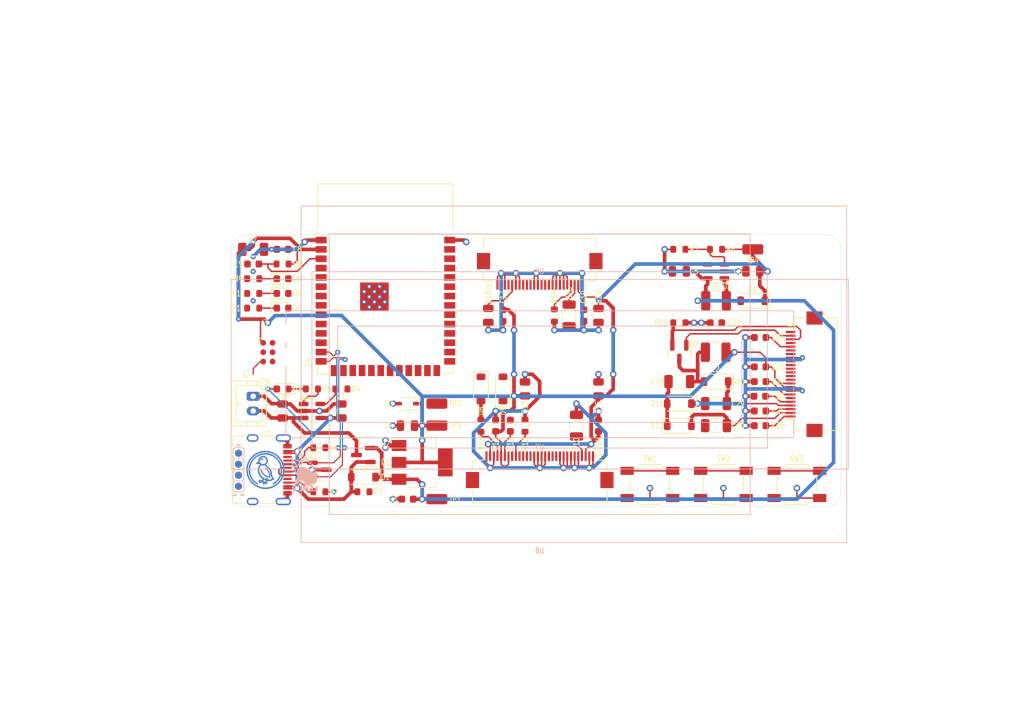
<source format=kicad_pcb>
(kicad_pcb (version 20221018) (generator pcbnew)
  (layers (0 "F.Cu" signal "Front") (31 "B.Cu" signal "Back") (34 "B.Paste" user) (35 "F.Paste" user) (36 "B.SilkS" user "B.Silkscreen") (37 "F.SilkS" user "F.Silkscreen") (38 "B.Mask" user) (39 "F.Mask" user) (44 "Edge.Cuts" user))
  (net 0 "")
  (net 1 "gnd")
  (net 2 "v3v3")
  (net 3 "pwr")
  (net 4 "v12")
  (net 5 "mcu.program_en_node")
  (net 6 "usb.conn.A5")
  (net 7 "usb.conn.B5")
  (net 8 "ledg.res.a")
  (net 9 "ledr.res.a")
  (net 10 "oled28.device.vsl")
  (net 11 "oled28.vsl_res.b")
  (net 12 "oled28.iref_res.a")
  (net 13 "epd.device.rese")
  (net 14 "reg_12v.fb.output")
  (net 15 "oled22.iref_res.a")
  (net 16 "ledb.res.a")
  (net 17 "oled28.spi.sck")
  (net 18 "oled28.spi.mosi")
  (net 19 "ledr.signal")
  (net 20 "ledg.signal")
  (net 21 "ledb.signal")
  (net 22 "sw[0].out")
  (net 23 "sw[1].out")
  (net 24 "sw[2].out")
  (net 25 "usb_chain_0.d_P")
  (net 26 "mcu.program_boot_node")
  (net 27 "oled28.reset")
  (net 28 "oled28.dc")
  (net 29 "oled28.cs")
  (net 30 "epd.busy")
  (net 31 "mcu.program_uart_node.b_tx")
  (net 32 "mcu.program_uart_node.a_tx")
  (net 33 "reg_12v.power_path.switch")
  (net 34 "epd.device.gdr")
  (net 35 "epd.boost.inductor.b")
  (net 36 "epd.boost.pos_out")
  (net 37 "epd.boost.boot_cap.neg")
  (net 38 "epd.boost.neg_out")
  (net 39 "oled28.vsl_d1.cathode")
  (net 40 "usb_chain_0.d_N")
  (net 41 "oled28.device.vcomh")
  (net 42 "oled28.device.vdd")
  (net 43 "oled22.device.vcomh")
  (net 44 "epd.device.vshr")
  (net 45 "epd.device.vdd1v8")
  (net 46 "epd.device.vsh")
  (net 47 "epd.device.vsl")
  (net 48 "epd.device.vcom")
  (net 49 "vusb")
  (net 50 "vbatt")
  (net 51 "charger.prog_res.a")
  (net 52 "charge_led.res.a")
  (net 53 "charge_led.signal")
  (footprint "edg:TestPoint_TE_RCT_0805" (layer "F.Cu") (at 56 124)
    (fp_text reference "TP2")
    (fp_text value "5015 (Keystone) - gnd")
  )
  (footprint "Connector_FFC-FPC:Hirose_FH12-24S-0.5SH_1x24-1MP_P0.50mm_Horizontal" (layer "F.Cu") (at 70 106 180)
    (fp_text reference "J5")
    (fp_text value "AFC01-S24ECA-00 (Jushuo)")
  )
  (footprint "Capacitor_SMD:C_0805_2012Metric" (layer "F.Cu") (at 63 112 -90)
    (fp_text reference "C18")
    (fp_text value "")
  )
  (footprint "Package_TO_SOT_SMD:SOT-23" (layer "F.Cu") (at 46 131 180)
    (fp_text reference "Q1")
    (fp_text value "AO3401A (Alpha & Omega Semicon) - 30V 4A 44m?@10V,4.3A 1.4W 1.3V@250?A P Channel SOT-23-3L MOSFETs ROHS")
  )
  (footprint "Resistor_SMD:R_0603_1608Metric" (layer "F.Cu") (at 31 111 180)
    (fp_text reference "R11")
    (fp_text value "")
  )
  (footprint "Resistor_SMD:R_0603_1608Metric" (layer "F.Cu") (at 89 113)
    (fp_text reference "R15")
    (fp_text value "")
  )
  (footprint "Package_TO_SOT_SMD:SOT-23" (layer "F.Cu") (at 89 117 -90)
    (fp_text reference "Q2")
    (fp_text value "AO3400A (Alpha & Omega Semicon) - 30V 5.7A 26.5m?@10V,5.7A 1.4W 1.5V@250?A N Channel SOT-23-3L MOSFETs ROHS")
  )
  (footprint "Connector_JST:JST_PH_B2B-PH-K_1x02_P2.00mm_Vertical" (layer "F.Cu") (at 31 123 -90)
    (fp_text reference "J2")
    (fp_text value "B2B-PH-K (JST)")
  )
  (footprint "Capacitor_SMD:C_1206_3216Metric" (layer "F.Cu") (at 74 112 -90)
    (fp_text reference "C16")
    (fp_text value "")
  )
  (footprint "Button_Switch_SMD:SW_SPST_SKQG_WithoutStem" (layer "F.Cu") (at 105 135)
    (fp_text reference "SW3")
    (fp_text value "5.1mm switch")
  )
  (footprint "Capacitor_SMD:C_0603_1608Metric" (layer "F.Cu") (at 100 127 180)
    (fp_text reference "C26")
    (fp_text value "")
  )
  (footprint "Capacitor_SMD:C_1206_3216Metric" (layer "F.Cu") (at 89 121 180)
    (fp_text reference "C28")
    (fp_text value "")
  )
  (footprint "Connector:Tag-Connect_TC2030-IDC-FP_2x03_P1.27mm_Vertical" (layer "F.Cu") (at 33 117 -90)
    (fp_text reference "J3")
    (fp_text value "")
  )
  (footprint "Resistor_SMD:R_0603_1608Metric" (layer "F.Cu") (at 40 130 180)
    (fp_text reference "R1")
    (fp_text value "")
  )
  (footprint "Capacitor_SMD:C_0603_1608Metric" (layer "F.Cu") (at 100 119 180)
    (fp_text reference "C21")
    (fp_text value "")
  )
  (footprint "edg:JlcToolingHole_1.152mm" (layer "F.Cu") (at 108 104)
    (fp_text reference "H2" hide)
    (fp_text value "")
  )
  (footprint "LED_SMD:LED_0603_1608Metric" (layer "F.Cu") (at 35 109)
    (fp_text reference "D6")
    (fp_text value "")
  )
  (footprint "Capacitor_SMD:C_0603_1608Metric" (layer "F.Cu") (at 94 113 180)
    (fp_text reference "C27")
    (fp_text value "")
  )
  (footprint "Capacitor_SMD:C_0603_1608Metric" (layer "F.Cu") (at 99.95 123 180)
    (fp_text reference "C23")
    (fp_text value "")
  )
  (footprint "RF_Module:ESP32-S3-WROOM-1" (layer "F.Cu") (at 49 107)
    (fp_text reference "U4")
    (fp_text value "ESP32-S3-WROOM-1-N16R8 (Espressif Systems)")
  )
  (footprint "Resistor_SMD:R_0603_1608Metric" (layer "F.Cu") (at 35 105 180)
    (fp_text reference "R8")
    (fp_text value "")
  )
  (footprint "Resistor_SMD:R_0603_1608Metric" (layer "F.Cu") (at 89 103 180)
    (fp_text reference "R7")
    (fp_text value "")
  )
  (footprint "Inductor_SMD:L_1210_3225Metric" (layer "F.Cu") (at 93.95 117 180)
    (fp_text reference "L2")
    (fp_text value "")
  )
  (footprint "Capacitor_SMD:C_0805_2012Metric" (layer "F.Cu") (at 35 125 90)
    (fp_text reference "C2")
    (fp_text value "")
  )
  (footprint "Inductor_SMD:L_1210_3225Metric" (layer "F.Cu") (at 94 110)
    (fp_text reference "L1")
    (fp_text value "")
  )
  (footprint "Resistor_SMD:R_0603_1608Metric" (layer "F.Cu") (at 31 109 180)
    (fp_text reference "R10")
    (fp_text value "")
  )
  (footprint "Capacitor_SMD:C_1206_3216Metric" (layer "F.Cu") (at 75 127 90)
    (fp_text reference "C10")
    (fp_text value "")
  )
  (footprint "Diode_SMD:D_SOD-123" (layer "F.Cu") (at 65 122 90)
    (fp_text reference "D9")
    (fp_text value "B5819W SL (Changjiang Electronics Tech (CJ)) - 40V 600mV@1A 1A SOD-123 Schottky Barrier Diodes (SBD) ROHS")
  )
  (footprint "Capacitor_SMD:C_0603_1608Metric" (layer "F.Cu") (at 76 112 -90)
    (fp_text reference "C19")
    (fp_text value "")
  )
  (footprint "Capacitor_SMD:C_1206_3216Metric" (layer "F.Cu") (at 94 127)
    (fp_text reference "C30")
    (fp_text value "")
  )
  (footprint "edg:JlcToolingHole_1.152mm" (layer "F.Cu") (at 43 142)
    (fp_text reference "H1" hide)
    (fp_text value "")
  )
  (footprint "LED_SMD:LED_0603_1608Metric" (layer "F.Cu") (at 35 107)
    (fp_text reference "D5")
    (fp_text value "KT-0603R (Hubei KENTO Elec) - Red 615~630nm 1.9~2.2V 0603 Light Emitting Diodes (LED) RoHS")
  )
  (footprint "Capacitor_SMD:C_0603_1608Metric" (layer "F.Cu") (at 100 121 180)
    (fp_text reference "C22")
    (fp_text value "")
  )
  (footprint "Resistor_SMD:R_0603_1608Metric" (layer "F.Cu") (at 62 127 90)
    (fp_text reference "R13")
    (fp_text value "")
  )
  (footprint "edg:TestPoint_TE_RCT_0805" (layer "F.Cu") (at 56 137)
    (fp_text reference "TP1")
    (fp_text value "5015 (Keystone) - pwr")
  )
  (footprint "Resistor_SMD:R_0603_1608Metric" (layer "F.Cu") (at 40 136 180)
    (fp_text reference "R2")
    (fp_text value "")
  )
  (footprint "Resistor_SMD:R_0603_1608Metric" (layer "F.Cu") (at 94 103 180)
    (fp_text reference "R6")
    (fp_text value "")
  )
  (footprint "Connector_FFC-FPC:Hirose_FH12-30S-0.5SH_1x30-1MP_P0.50mm_Horizontal" (layer "F.Cu") (at 70 133)
    (fp_text reference "J4")
    (fp_text value "AFC01-S30ECA-00 (Jushuo)")
  )
  (footprint "Resistor_SMD:R_0603_1608Metric" (layer "F.Cu") (at 43 122)
    (fp_text reference "R4")
    (fp_text value "")
  )
  (footprint "Capacitor_SMD:C_0603_1608Metric" (layer "F.Cu") (at 100 125)
    (fp_text reference "C25")
    (fp_text value "")
  )
  (footprint "Resistor_SMD:R_0603_1608Metric" (layer "F.Cu") (at 72 112 -90)
    (fp_text reference "R14")
    (fp_text value "")
  )
  (footprint "Capacitor_SMD:C_0805_2012Metric" (layer "F.Cu") (at 68 122 90)
    (fp_text reference "C13")
    (fp_text value "")
  )
  (footprint "Diode_SMD:D_SOD-123" (layer "F.Cu") (at 89 124 180)
    (fp_text reference "D12")
    (fp_text value "B5817W (Guangdong Hottech) - 20V 450mV@1A 300mA SOD-123 Schottky Barrier Diodes (SBD) ROHS")
  )
  (footprint "Capacitor_SMD:C_1206_3216Metric" (layer "F.Cu") (at 31 103)
    (fp_text reference "C7")
    (fp_text value "")
  )
  (footprint "Diode_SMD:D_SOD-323" (layer "F.Cu") (at 52 124 180)
    (fp_text reference "D3")
    (fp_text value "BZT52B3V6S (SMC(Sangdest Microelectronicstronic (Nanjing))) - 5?A@1V 90? Single 3.53V~3.67V 200mW 3.6V SOD-323 Zener Diodes ROHS")
  )
  (footprint "edg:TestPoint_TE_RCT_0805" (layer "F.Cu") (at 99 103)
    (fp_text reference "TP4")
    (fp_text value "5015 (Keystone) - v12")
  )
  (footprint "Resistor_SMD:R_0603_1608Metric" (layer "F.Cu") (at 68 127 90)
    (fp_text reference "R12")
    (fp_text value "")
  )
  (footprint "Capacitor_SMD:C_0805_2012Metric" (layer "F.Cu") (at 52 127 180)
    (fp_text reference "C4")
    (fp_text value "")
  )
  (footprint "edg:TestPoint_TE_RCT_0805" (layer "F.Cu") (at 56 127)
    (fp_text reference "TP3")
    (fp_text value "5015 (Keystone) - v3v3")
  )
  (footprint "Resistor_SMD:R_0603_1608Metric" (layer "F.Cu") (at 39 122)
    (fp_text reference "R5")
    (fp_text value "")
  )
  (footprint "Capacitor_SMD:C_0603_1608Metric" (layer "F.Cu") (at 52 137 180)
    (fp_text reference "C3")
    (fp_text value "")
  )
  (footprint "Resistor_SMD:R_0603_1608Metric" (layer "F.Cu") (at 31 107 180)
    (fp_text reference "R9")
    (fp_text value "")
  )
  (footprint "Capacitor_SMD:C_0603_1608Metric" (layer "F.Cu") (at 66 127 90)
    (fp_text reference "C11")
    (fp_text value "")
  )
  (footprint "Capacitor_SMD:C_0603_1608Metric" (layer "F.Cu") (at 64 127 90)
    (fp_text reference "C12")
    (fp_text value "")
  )
  (footprint "Package_TO_SOT_SMD:SOT-23-5" (layer "F.Cu") (at 39 125)
    (fp_text reference "U1")
    (fp_text value "MCP73831T-2ACI/OT (Microchip Technology)")
  )
  (footprint "Capacitor_SMD:C_0805_2012Metric" (layer "F.Cu") (at 43 125 90)
    (fp_text reference "C1")
    (fp_text value "")
  )
  (footprint "Capacitor_SMD:C_0603_1608Metric" (layer "F.Cu") (at 35 103 180)
    (fp_text reference "C8")
    (fp_text value "")
  )
  (footprint "Diode_SMD:D_SOD-123" (layer "F.Cu") (at 46 134 180)
    (fp_text reference "D1")
    (fp_text value "B5819W SL (Changjiang Electronics Tech (CJ)) - 40V 600mV@1A 1A SOD-123 Schottky Barrier Diodes (SBD) ROHS")
  )
  (footprint "LED_SMD:LED_0603_1608Metric" (layer "F.Cu") (at 35 111)
    (fp_text reference "D7")
    (fp_text value "")
  )
  (footprint "Diode_SMD:D_SOD-123" (layer "F.Cu") (at 62 122 -90)
    (fp_text reference "D8")
    (fp_text value "B5819W SL (Changjiang Electronics Tech (CJ)) - 40V 600mV@1A 1A SOD-123 Schottky Barrier Diodes (SBD) ROHS")
  )
  (footprint "Diode_SMD:D_SOD-123" (layer "F.Cu") (at 94 121 180)
    (fp_text reference "D10")
    (fp_text value "B5817W (Guangdong Hottech) - 20V 450mV@1A 300mA SOD-123 Schottky Barrier Diodes (SBD) ROHS")
  )
  (footprint "Connector_FFC-FPC:Hirose_FH12-24S-0.5SH_1x24-1MP_P0.50mm_Horizontal" (layer "F.Cu") (at 106 120 90)
    (fp_text reference "J6")
    (fp_text value "AFC01-S24ECA-00 (Jushuo)")
  )
  (footprint "Capacitor_SMD:C_0805_2012Metric" (layer "F.Cu") (at 78 122 90)
    (fp_text reference "C15")
    (fp_text value "")
  )
  (footprint "Capacitor_SMD:C_0603_1608Metric" (layer "F.Cu") (at 31 105 180)
    (fp_text reference "C9")
    (fp_text value "")
  )
  (footprint "Capacitor_SMD:C_0805_2012Metric" (layer "F.Cu") (at 78 112 -90)
    (fp_text reference "C20")
    (fp_text value "")
  )
  (footprint "Package_TO_SOT_SMD:SOT-23" (layer "F.Cu") (at 40 133)
    (fp_text reference "U5")
    (fp_text value "PESD5V0X1BT (Nexperia)")
  )
  (footprint "LED_SMD:LED_0603_1608Metric" (layer "F.Cu") (at 35 122 180)
    (fp_text reference "D2")
    (fp_text value "")
  )
  (footprint "Package_TO_SOT_SMD:SOT-223-3_TabPin2" (layer "F.Cu") (at 54 132)
    (fp_text reference "U2")
    (fp_text value "LDL1117S33R (STMicroelectronics)")
  )
  (footprint "Capacitor_SMD:C_0603_1608Metric" (layer "F.Cu") (at 78 127 90)
    (fp_text reference "C14")
    (fp_text value "")
  )
  (footprint "Capacitor_SMD:C_1206_3216Metric" (layer "F.Cu") (at 94 124 180)
    (fp_text reference "C29")
    (fp_text value "")
  )
  (footprint "Resistor_SMD:R_0603_1608Metric" (layer "F.Cu") (at 46 136)
    (fp_text reference "R3")
    (fp_text value "")
  )
  (footprint "Diode_SMD:D_SOD-123" (layer "F.Cu") (at 99 110 180)
    (fp_text reference "D4")
    (fp_text value "B0520W (Shikues) - 20V 390mV@500mA 500mA SOD-123 Schottky Barrier Diodes (SBD) ROHS")
  )
  (footprint "Capacitor_SMD:C_0603_1608Metric" (layer "F.Cu") (at 65 112 -90)
    (fp_text reference "C17")
    (fp_text value "")
  )
  (footprint "Capacitor_SMD:C_0603_1608Metric" (layer "F.Cu") (at 100 115 180)
    (fp_text reference "C24")
    (fp_text value "")
  )
  (footprint "edg:JlcToolingHole_1.152mm" (layer "F.Cu") (at 108 131)
    (fp_text reference "H3" hide)
    (fp_text value "")
  )
  (footprint "Capacitor_SMD:C_0805_2012Metric" (layer "F.Cu") (at 89 106 180)
    (fp_text reference "C5")
    (fp_text value "")
  )
  (footprint "Button_Switch_SMD:SW_SPST_SKQG_WithoutStem" (layer "F.Cu") (at 95 135)
    (fp_text reference "SW2")
    (fp_text value "5.1mm switch")
  )
  (footprint "Capacitor_SMD:C_0805_2012Metric" (layer "F.Cu") (at 99 106 180)
    (fp_text reference "C6")
    (fp_text value "")
  )
  (footprint "Connector_USB:USB_C_Receptacle_XKB_U262-16XN-4BVC11" (layer "F.Cu") (at 32 133 -90)
    (fp_text reference "J1")
    (fp_text value "COM-15111 (Sparkfun)")
  )
  (footprint "Diode_SMD:D_SOD-123" (layer "F.Cu") (at 89 127)
    (fp_text reference "D11")
    (fp_text value "B5817W (Guangdong Hottech) - 20V 450mV@1A 300mA SOD-123 Schottky Barrier Diodes (SBD) ROHS")
  )
  (footprint "Package_TO_SOT_SMD:SOT-23-5" (layer "F.Cu") (at 94 106 180)
    (fp_text reference "U3")
    (fp_text value "AP3012K (Diodes Incorporated)")
  )
  (footprint "Button_Switch_SMD:SW_SPST_SKQG_WithoutStem" (layer "F.Cu") (at 85 135)
    (fp_text reference "SW1")
    (fp_text value "5.1mm switch")
  )
  (footprint "edg:Indicator_IdDots_4" (layer "B.Cu") (at 29 133 90)
    (fp_text reference "UU6" hide)
    (fp_text value "IdDots4")
  )
  (footprint "edg:Symbol_Duckling" (layer "B.Cu") (at 32.66162 133.021386 180)
    (fp_text reference "UU4" hide)
    (fp_text value "Duck" hide)
  )
  (footprint "edg:Lcd_Er_Oled028_1_Outline" (layer "B.Cu") (at 70 120 180)
    (fp_text reference "U6")
    (fp_text value "ER-OLED028-1 (EastRising)")
  )
  (footprint "edg:Lcd_Er_Oled022_1_Outline" (layer "B.Cu") (at 70 120)
    (fp_text reference "U7")
    (fp_text value "ER-OLED022-1 (EastRising)")
  )
  (footprint "edg:Lcd_Er_Epd027_2_Outline" (layer "B.Cu") (at 70 120)
    (fp_text reference "U8")
    (fp_text value "ER-EPD027-2 (EastRising)")
  )
  (footprint "edg:Symbol_LemurSmall" (layer "B.Cu") (at 38 133 180)
    (fp_text reference "UU5" hide)
    (fp_text value "Lemur" hide)
  )
  (gr_line (start 28 136) (end 28 103) (stroke (width 0.0381)) (layer "Edge.Cuts"))
  (gr_line (start 109 138) (end 30 138) (stroke (width 0.0381)) (layer "Edge.Cuts"))
  (gr_line (start 111 103) (end 111 136) (stroke (width 0.0381)) (layer "Edge.Cuts"))
  (gr_arc (start 30 138) (mid 28.585786 137.414214) (end 28 136) (stroke (width 0.0381)) (layer "Edge.Cuts"))
  (gr_arc (start 111 136) (mid 110.414214 137.414214) (end 109 138) (stroke (width 0.0381)) (layer "Edge.Cuts"))
  (gr_arc (start 28 103) (mid 28.585786 101.585786) (end 30 101) (stroke (width 0.0381)) (layer "Edge.Cuts"))
  (gr_line (start 30 101) (end 109 101) (stroke (width 0.0381)) (layer "Edge.Cuts"))
  (gr_arc (start 109 101) (mid 110.414214 101.585786) (end 111 103) (stroke (width 0.0381)) (layer "Edge.Cuts"))
  (segment (start 85 136.85) (end 85 135.5) (width 0.2) (layer "F.Cu") (net 1))
  (segment (start 40.25 101.74) (end 38.26 101.74) (width 0.5) (layer "F.Cu") (net 1))
  (segment (start 35.105 137.32) (end 35.67 136.755) (width 0.5) (layer "F.Cu") (net 1))
  (segment (start 49.3 129.7) (end 50.85 129.7) (width 0.5) (layer "F.Cu") (net 1))
  (segment (start 70.25 132.5) (end 70.5 132.5) (width 0.2) (layer "F.Cu") (net 1))
  (segment (start 69.75 106.75) (end 69.5 106.5) (width 0.2) (layer "F.Cu") (net 1))
  (segment (start 69 120) (end 68 120) (width 0.5) (layer "F.Cu") (net 1))
  (segment (start 38.26 101.74) (end 38 102) (width 0.5) (layer "F.Cu") (net 1))
  (segment (start 67.25 106.75) (end 67 106.5) (width 0.2) (layer "F.Cu") (net 1))
  (segment (start 64.5 106.5) (end 64.25 106.75) (width 0.2) (layer "F.Cu") (net 1))
  (segment (start 57.75 101.74) (end 59.74 101.74) (width 0.5) (layer "F.Cu") (net 1))
  (segment (start 37 125) (end 37.8625 125) (width 0.5) (layer "F.Cu") (net 1))
  (segment (start 65.25 106.5) (end 64.75 106.5) (width 0.2) (layer "F.Cu") (net 1))
  (segment (start 35.67 129.245) (end 35.67 129.65) (width 0.5) (layer "F.Cu") (net 1))
  (segment (start 72.75 106.5) (end 73.25 106.5) (width 0.2) (layer "F.Cu") (net 1))
  (segment (start 49.7 129.7) (end 49 129) (width 0.5) (layer "F.Cu") (net 1))
  (segment (start 50.95 124) (end 50 124) (width 0.5) (layer "F.Cu") (net 1))
  (segment (start 78 126.225) (end 78 125) (width 0.5) (layer "F.Cu") (net 1))
  (segment (start 90.65 124) (end 92.525 124) (width 0.5) (layer "F.Cu") (net 1))
  (segment (start 87 106) (end 87 103) (width 0.5) (layer "F.Cu") (net 1))
  (segment (start 99.225 121) (end 98 121) (width 0.5) (layer "F.Cu") (net 1))
  (segment (start 72.75 107.85) (end 72.75 106.5) (width 0.2) (layer "F.Cu") (net 1))
  (segment (start 49 130) (end 49.3 129.7) (width 0.5) (layer "F.Cu") (net 1))
  (segment (start 69.5 106.5) (end 69.25 106.75) (width 0.2) (layer "F.Cu") (net 1))
  (segment (start 40.825 136) (end 42 136) (width 0.16) (layer "F.Cu") (net 1))
  (segment (start 31 123) (end 32.5 123) (width 0.5) (layer "F.Cu") (net 1))
  (segment (start 104.15 122.25) (end 105.75 122.25) (width 0.2) (layer "F.Cu") (net 1))
  (segment (start 63 112.95) (end 63 114) (width 0.5) (layer "F.Cu") (net 1))
  (segment (start 105 136.85) (end 108.1 136.85) (width 0.2) (layer "F.Cu") (net 1))
  (segment (start 73.75 131.15) (end 73.75 132.5) (width 0.2) (layer "F.Cu") (net 1))
  (segment (start 63.75 132.25) (end 63.75 131.15) (width 0.2) (layer "F.Cu") (net 1))
  (segment (start 66.75 106.5) (end 66.75 106.25) (width 0.2) (layer "F.Cu") (net 1))
  (segment (start 76 112.775) (end 76 114) (width 0.5) (layer "F.Cu") (net 1))
  (segment (start 35.105 128.68) (end 35.67 129.245) (width 0.5) (layer "F.Cu") (net 1))
  (segment (start 73 132.5) (end 73.25 132.5) (width 0.2) (layer "F.Cu") (net 1))
  (segment (start 37.8625 125) (end 41 125) (width 0.5) (layer "F.Cu") (net 1))
  (segment (start 91 113) (end 92 113) (width 0.5) (layer "F.Cu") (net 1))
  (segment (start 76.75 132.5) (end 76.75 132.75) (width 0.2) (layer "F.Cu") (net 1))
  (segment (start 65 112.775) (end 65 114) (width 0.5) (layer "F.Cu") (net 1))
  (segment (start 40.9375 133) (end 39 133) (width 0.5) (layer "F.Cu") (net 1))
  (segment (start 66.75 107.85) (end 66.75 106.5) (width 0.2) (layer "F.Cu") (net 1))
  (segment (start 93.225 113) (end 92 113) (width 0.5) (layer "F.Cu") (net 1))
  (segment (start 101.9 136.85) (end 105 136.85) (width 0.2) (layer "F.Cu") (net 1))
  (segment (start 67 106.5) (end 66.75 106.5) (width 0.2) (layer "F.Cu") (net 1))
  (segment (start 72 112.825) (end 72 114) (width 0.5) (layer "F.Cu") (net 1))
  (segment (start 76.75 132.5) (end 77 132.5) (width 0.2) (layer "F.Cu") (net 1))
  (segment (start 69.25 131.15) (end 69.25 132.25) (width 0.2) (layer "F.Cu") (net 1))
  (segment (start 88.05 106) (end 87 106) (width 0.5) (layer "F.Cu") (net 1))
  (segment (start 99.225 125) (end 98 125) (width 0.5) (layer "F.Cu") (net 1))
  (segment (start 62.75 131.15) (end 62.75 132.25) (width 0.2) (layer "F.Cu") (net 1))
  (segment (start 32.365 118.27) (end 31.976655 118.27) (width 0.16) (layer "F.Cu") (net 1))
  (segment (start 74.25 131.15) (end 74.25 132.5) (width 0.2) (layer "F.Cu") (net 1))
  (segment (start 99.225 127) (end 98 127) (width 0.5) (layer "F.Cu") (net 1))
  (segment (start 50.85 129.7) (end 49.7 129.7) (width 0.5) (layer "F.Cu") (net 1))
  (segment (start 88.175 103) (end 87 103) (width 0.2) (layer "F.Cu") (net 1))
  (segment (start 78 121.05) (end 78 120) (width 0.5) (layer "F.Cu") (net 1))
  (segment (start 41.95 124.05) (end 43 124.05) (width 0.5) (layer "F.Cu") (net 1))
  (segment (start 69.5 132.5) (end 69.75 132.5) (width 0.2) (layer "F.Cu") (net 1))
  (segment (start 81.9 136.85) (end 85 136.85) (width 0.2) (layer "F.Cu") (net 1))
  (segment (start 64 126.225) (end 64 125) (width 0.5) (layer "F.Cu") (net 1))
  (segment (start 91.9 136.85) (end 95 136.85) (width 0.2) (layer "F.Cu") (net 1))
  (segment (start 74.75 132.5) (end 74.75 132.75) (width 0.2) (layer "F.Cu") (net 1))
  (segment (start 33.5 124) (end 34.95 124) (width 0.5) (layer "F.Cu") (net 1))
  (segment (start 72.75 106.5) (end 72.75 106.25) (width 0.2) (layer "F.Cu") (net 1))
  (segment (start 104.15 117.75) (end 105.75 117.75) (width 0.2) (layer "F.Cu") (net 1))
  (segment (start 68 126.175) (end 68 125) (width 0.5) (layer "F.Cu") (net 1))
  (segment (start 73.25 132.5) (end 73.25 132.75) (width 0.2) (layer "F.Cu") (net 1))
  (segment (start 70 121) (end 69 120) (width 0.5) (layer "F.Cu") (net 1))
  (segment (start 72.25 106.5) (end 72.75 106.5) (width 0.2) (layer "F.Cu") (net 1))
  (segment (start 70.25 131.15) (end 70.25 132.5) (width 0.2) (layer "F.Cu") (net 1))
  (segment (start 77.25 132.25) (end 77 132.5) (width 0.2) (layer "F.Cu") (net 1))
  (segment (start 73.75 132.5) (end 74.25 132.5) (width 0.2) (layer "F.Cu") (net 1))
  (segment (start 72.25 107.85) (end 72.25 106.5) (width 0.2) (layer "F.Cu") (net 1))
  (segment (start 75.25 132.5) (end 76.75 132.5) (width 0.2) (layer "F.Cu") (net 1))
  (segment (start 74.75 132.5) (end 75.25 132.5) (width 0.2) (layer "F.Cu") (net 1))
  (segment (start 78 112.95) (end 78 114) (width 0.5) (layer "F.Cu") (net 1))
  (segment (start 73.25 131.15) (end 73.25 132.5) (width 0.2) (layer "F.Cu") (net 1))
  (segment (start 70 123) (end 70 121) (width 0.5) (layer "F.Cu") (net 1))
  (segment (start 69.75 107.85) (end 69.75 106.75) (width 0.2) (layer "F.Cu") (net 1))
  (segment (start 64.75 107.85) (end 64.75 106.5) (width 0.2) (layer "F.Cu") (net 1))
  (segment (start 65.25 107.85) (end 65.25 106.5) (width 0.2) (layer "F.Cu") (net 1))
  (segment (start 72 106.5) (end 72.25 106.5) (width 0.2) (layer "F.Cu") (net 1))
  (segment (start 72.75 131.15) (end 72.75 132.25) (width 0.2) (layer "F.Cu") (net 1))
  (segment (start 36.05 124.05) (end 37 125) (width 0.5) (layer "F.Cu") (net 1))
  (segment (start 32.5 123) (end 33.5 124) (width 0.5) (layer "F.Cu") (net 1))
  (segment (start 35.67 136.755) (end 35.67 136.35) (width 0.5) (layer "F.Cu") (net 1))
  (segment (start 68 121.05) (end 68 120) (width 0.5) (layer "F.Cu") (net 1))
  (segment (start 69.75 131.15) (end 69.75 132.5) (width 0.2) (layer "F.Cu") (net 1))
  (segment (start 75.25 131.15) (end 75.25 132.5) (width 0.2) (layer "F.Cu") (net 1))
  (segment (start 59.74 101.74) (end 60 102) (width 0.5) (layer "F.Cu") (net 1))
  (segment (start 76.75 131.15) (end 76.75 132.5) (width 0.2) (layer "F.Cu") (net 1))
  (segment (start 70.75 132.25) (end 70.5 132.5) (width 0.2) (layer "F.Cu") (net 1))
  (segment (start 35 124.05) (end 36.05 124.05) (width 0.5) (layer "F.Cu") (net 1))
  (segment (start 41 125) (end 41.95 124.05) (width 0.5) (layer "F.Cu") (net 1))
  (segment (start 62.75 132.25) (end 63.25 132.75) (width 0.2) (layer "F.Cu") (net 1))
  (segment (start 51.05 127) (end 50 127) (width 0.5) (layer "F.Cu") (net 1))
  (segment (start 73.75 107.85) (end 73.75 106.75) (width 0.2) (layer "F.Cu") (net 1))
  (segment (start 105 136.85) (end 105 135.5) (width 0.2) (layer "F.Cu") (net 1))
  (segment (start 73.25 132.5) (end 73.75 132.5) (width 0.2) (layer "F.Cu") (net 1))
  (segment (start 66.75 106.5) (end 65.25 106.5) (width 0.2) (layer "F.Cu") (net 1))
  (segment (start 69.25 132.25) (end 69.5 132.5) (width 0.2) (layer "F.Cu") (net 1))
  (segment (start 75 125.525) (end 75 124) (width 0.5) (layer "F.Cu") (net 1))
  (segment (start 73.5 106.5) (end 73.25 106.5) (width 0.2) (layer "F.Cu") (net 1))
  (segment (start 31.976655 118.27) (end 31 119.246655) (width 0.16) (layer "F.Cu") (net 1))
  (segment (start 99.175 123) (end 98 123) (width 0.5) (layer "F.Cu") (net 1))
  (segment (start 69.5 106.5) (end 69.5 106.25) (width 0.2) (layer "F.Cu") (net 1))
  (segment (start 31 119.246655) (end 31 120) (width 0.16) (layer "F.Cu") (net 1))
  (segment (start 95 136.85) (end 95 135.5) (width 0.2) (layer "F.Cu") (net 1))
  (segment (start 51.225 137) (end 50 137) (width 0.5) (layer "F.Cu") (net 1))
  (segment (start 71.75 106.75) (end 72 106.5) (width 0.2) (layer "F.Cu") (net 1))
  (segment (start 68 125) (end 70 123) (width 0.5) (layer "F.Cu") (net 1))
  (segment (start 99.225 119) (end 98 119) (width 0.5) (layer "F.Cu") (net 1))
  (segment (start 64.25 106.75) (end 64.25 107.85) (width 0.2) (layer "F.Cu") (net 1))
  (segment (start 72.75 132.25) (end 73 132.5) (width 0.2) (layer "F.Cu") (net 1))
  (segment (start 34.95 124) (end 35 124.05) (width 0.5) (layer "F.Cu") (net 1))
  (segment (start 73.25 107.85) (end 73.25 106.5) (width 0.2) (layer "F.Cu") (net 1))
  (segment (start 75.75 107.85) (end 75.75 106.25) (width 0.2) (layer "F.Cu") (net 1))
  (segment (start 70.75 131.15) (end 70.75 132.25) (width 0.2) (layer "F.Cu") (net 1))
  (segment (start 74.25 132.5) (end 74.75 132.5) (width 0.2) (layer "F.Cu") (net 1))
  (segment (start 70 132.5) (end 70 132.75) (width 0.2) (layer "F.Cu") (net 1))
  (segment (start 85 136.85) (end 88.1 136.85) (width 0.2) (layer "F.Cu") (net 1))
  (segment (start 64.75 106.5) (end 64.75 106.25) (width 0.2) (layer "F.Cu") (net 1))
  (segment (start 77.25 131.15) (end 77.25 132.25) (width 0.2) (layer "F.Cu") (net 1))
  (segment (start 95.1375 106) (end 98.05 106) (width 0.5) (layer "F.Cu") (net 1))
  (segment (start 71.75 107.85) (end 71.75 106.75) (width 0.2) (layer "F.Cu") (net 1))
  (segment (start 95 136.85) (end 98.1 136.85) (width 0.2) (layer "F.Cu") (net 1))
  (segment (start 73.75 106.75) (end 73.5 106.5) (width 0.2) (layer "F.Cu") (net 1))
  (segment (start 99.225 115) (end 98 115) (width 0.5) (layer "F.Cu") (net 1))
  (segment (start 67.25 107.85) (end 67.25 106.75) (width 0.2) (layer "F.Cu") (net 1))
  (segment (start 32.475 103) (end 34.225 103) (width 0.2) (layer "F.Cu") (net 1))
  (segment (start 69.75 132.5) (end 70 132.5) (width 0.2) (layer "F.Cu") (net 1))
  (segment (start 70 132.5) (end 70.25 132.5) (width 0.2) (layer "F.Cu") (net 1))
  (segment (start 89.825 113) (end 91 113) (width 0.5) (layer "F.Cu") (net 1))
  (segment (start 63.25 132.75) (end 63.75 132.25) (width 0.2) (layer "F.Cu") (net 1))
  (segment (start 74.75 131.15) (end 74.75 132.5) (width 0.2) (layer "F.Cu") (net 1))
  (segment (start 69.25 106.75) (end 69.25 107.85) (width 0.2) (layer "F.Cu") (net 1))
  (segment (start 64.75 106.5) (end 64.5 106.5) (width 0.2) (layer "F.Cu") (net 1))
  (via (at 85 135.5) (size 0.9) (drill 0.5) (layers "F.Cu" "B.Cu") (net 1))
  (via (at 98 119) (size 0.9) (drill 0.5) (layers "F.Cu" "B.Cu") (net 1))
  (via (at 63.25 132.75) (size 0.9) (drill 0.5) (layers "F.Cu" "B.Cu") (net 1))
  (via (at 91 113) (size 0.9) (drill 0.5) (layers "F.Cu" "B.Cu") (net 1))
  (via (at 72.75 106.25) (size 0.9) (drill 0.5) (layers "F.Cu" "B.Cu") (net 1))
  (via (at 75 124) (size 0.9) (drill 0.5) (layers "F.Cu" "B.Cu") (net 1))
  (via (at 50 124) (size 0.9) (drill 0.5) (layers "F.Cu" "B.Cu") (net 1))
  (via (at 66.75 106.25) (size 0.9) (drill 0.5) (layers "F.Cu" "B.Cu") (net 1))
  (via (at 105.75 122.25) (size 0.7) (drill 0.3) (layers "F.Cu" "B.Cu") (net 1))
  (via (at 68 125) (size 0.9) (drill 0.5) (layers "F.Cu" "B.Cu") (net 1))
  (via (at 69.5 106.25) (size 0.9) (drill 0.5) (layers "F.Cu" "B.Cu") (net 1))
  (via (at 60 102) (size 0.9) (drill 0.5) (layers "F.Cu" "B.Cu") (net 1))
  (via (at 64 125) (size 0.9) (drill 0.5) (layers "F.Cu" "B.Cu") (net 1))
  (via (at 92 113) (size 0.9) (drill 0.5) (layers "F.Cu" "B.Cu") (net 1))
  (via (at 98 121) (size 0.9) (drill 0.5) (layers "F.Cu" "B.Cu") (net 1))
  (via (at 39 133) (size 0.9) (drill 0.5) (layers "F.Cu" "B.Cu") (net 1))
  (via (at 50 137) (size 0.9) (drill 0.5) (layers "F.Cu" "B.Cu") (net 1))
  (via (at 78 120) (size 0.9) (drill 0.5) (layers "F.Cu" "B.Cu") (net 1))
  (via (at 105 135.5) (size 0.9) (drill 0.5) (layers "F.Cu" "B.Cu") (net 1))
  (via (at 72 114) (size 0.9) (drill 0.5) (layers "F.Cu" "B.Cu") (net 1))
  (via (at 31 110) (size 0.7) (drill 0.3) (layers "F.Cu" "B.Cu") (net 1))
  (via (at 76 114) (size 0.9) (drill 0.5) (layers "F.Cu" "B.Cu") (net 1))
  (via (at 98 127) (size 0.9) (drill 0.5) (layers "F.Cu" "B.Cu") (net 1))
  (via (at 38 102) (size 0.9) (drill 0.5) (layers "F.Cu" "B.Cu") (net 1))
  (via (at 87 106) (size 0.9) (drill 0.5) (layers "F.Cu" "B.Cu") (net 1))
  (via (at 78 114) (size 0.9) (drill 0.5) (layers "F.Cu" "B.Cu") (net 1))
  (via (at 78 125) (size 0.9) (drill 0.5) (layers "F.Cu" "B.Cu") (net 1))
  (via (at 91.5 124) (size 0.9) (drill 0.5) (layers "F.Cu" "B.Cu") (net 1))
  (via (at 98 123) (size 0.9) (drill 0.5) (layers "F.Cu" "B.Cu") (net 1))
  (via (at 76.75 132.75) (size 0.9) (drill 0.5) (layers "F.Cu" "B.Cu") (net 1))
  (via (at 63 114) (size 0.9) (drill 0.5) (layers "F.Cu" "B.Cu") (net 1))
  (via (at 98 115) (size 0.9) (drill 0.5) (layers "F.Cu" "B.Cu") (net 1))
  (via (at 95 135.5) (size 0.9) (drill 0.5) (layers "F.Cu" "B.Cu") (net 1))
  (via (at 70 132.75) (size 0.9) (drill 0.5) (layers "F.Cu" "B.Cu") (net 1))
  (via (at 75.75 106.25) (size 0.9) (drill 0.5) (layers "F.Cu" "B.Cu") (net 1))
  (via (at 50 127) (size 0.9) (drill 0.5) (layers "F.Cu" "B.Cu") (net 1))
  (via (at 49 130) (size 0.9) (drill 0.5) (layers "F.Cu" "B.Cu") (net 1))
  (via (at 98 125) (size 0.9) (drill 0.5) (layers "F.Cu" "B.Cu") (net 1))
  (via (at 68 120) (size 0.9) (drill 0.5) (layers "F.Cu" "B.Cu") (net 1))
  (via (at 87 103) (size 0.9) (drill 0.5) (layers "F.Cu" "B.Cu") (net 1))
  (via (at 31 104) (size 0.7) (drill 0.3) (layers "F.Cu" "B.Cu") (net 1))
  (via (at 65 114) (size 0.9) (drill 0.5) (layers "F.Cu" "B.Cu") (net 1))
  (via (at 105.75 117.75) (size 0.7) (drill 0.3) (layers "F.Cu" "B.Cu") (net 1))
  (via (at 49 129) (size 0.9) (drill 0.5) (layers "F.Cu" "B.Cu") (net 1))
  (via (at 42 136) (size 0.7) (drill 0.3) (layers "F.Cu" "B.Cu") (net 1))
  (via (at 33.5 103) (size 0.7) (drill 0.3) (layers "F.Cu" "B.Cu") (net 1))
  (via (at 40 125) (size 0.9) (drill 0.5) (layers "F.Cu" "B.Cu") (net 1))
  (via (at 74.75 132.75) (size 0.9) (drill 0.5) (layers "F.Cu" "B.Cu") (net 1))
  (via (at 31 106) (size 0.7) (drill 0.3) (layers "F.Cu" "B.Cu") (net 1))
  (via (at 73.25 132.75) (size 0.9) (drill 0.5) (layers "F.Cu" "B.Cu") (net 1))
  (via (at 64.75 106.25) (size 0.9) (drill 0.5) (layers "F.Cu" "B.Cu") (net 1))
  (via (at 97 106) (size 0.9) (drill 0.5) (layers "F.Cu" "B.Cu") (net 1))
  (segment (start 98 118) (end 105.5 118) (width 0.5) (layer "B.Cu") (net 1))
  (segment (start 64.75 113.75) (end 64.75 106.25) (width 0.5) (layer "B.Cu") (net 1))
  (segment (start 32 103) (end 33.5 103) (width 0.5) (layer "B.Cu") (net 1))
  (segment (start 63 114) (end 65 114) (width 0.5) (layer "B.Cu") (net 1))
  (segment (start 98 127) (end 98 124) (width 0.5) (layer "B.Cu") (net 1))
  (segment (start 77.25 132.75) (end 79 131) (width 0.5) (layer "B.Cu") (net 1))
  (segment (start 78 125) (end 77 126) (width 0.5) (layer "B.Cu") (net 1))
  (segment (start 65 114) (end 64.75 113.75) (width 0.5) (layer "B.Cu") (net 1))
  (segment (start 31 104) (end 32 103) (width 0.5) (layer "B.Cu") (net 1))
  (segment (start 72 114) (end 78 114) (width 0.5) (layer "B.Cu") (net 1))
  (segment (start 79 131) (end 79 128) (width 0.5) (layer "B.Cu") (net 1))
  (segment (start 61 128) (end 64 125) (width 0.5) (layer "B.Cu") (net 1))
  (segment (start 63.25 132.75) (end 76.75 132.75) (width 0.5) (layer "B.Cu") (net 1))
  (segment (start 37 103) (end 38 102) (width 0.5) (layer "B.Cu") (net 1))
  (segment (start 87 106) (end 97 106) (width 0.5) (layer "B.Cu") (net 1))
  (segment (start 98 122) (end 105.5 122) (width 0.5) (layer "B.Cu") (net 1))
  (segment (start 64 125) (end 68 125) (width 0.5) (layer "B.Cu") (net 1))
  (segment (start 75.75 113.75) (end 76 114) (width 0.5) (layer "B.Cu") (net 1))
  (segment (start 91.5 124) (end 98 124) (width 0.5) (layer "B.Cu") (net 1))
  (segment (start 76.75 132.75) (end 77.25 132.75) (width 0.5) (layer "B.Cu") (net 1))
  (segment (start 61 130.5) (end 61 128) (width 0.5) (layer "B.Cu") (net 1))
  (segment (start 98 119) (end 98 118) (width 0.5) (layer "B.Cu") (net 1))
  (segment (start 63.25 132.75) (end 61 130.5) (width 0.5) (layer "B.Cu") (net 1))
  (segment (start 105.5 122) (end 105.75 122.25) (width 0.5) (layer "B.Cu") (net 1))
  (segment (start 105.5 118) (end 105.75 117.75) (width 0.5) (layer "B.Cu") (net 1))
  (segment (start 75.75 106.25) (end 75.75 113.75) (width 0.5) (layer "B.Cu") (net 1))
  (segment (start 33.5 103) (end 37 103) (width 0.5) (layer "B.Cu") (net 1))
  (segment (start 77 126) (end 75 124) (width 0.5) (layer "B.Cu") (net 1))
  (segment (start 98 122) (end 98 119) (width 0.5) (layer "B.Cu") (net 1))
  (segment (start 79 128) (end 77 126) (width 0.5) (layer "B.Cu") (net 1))
  (segment (start 98 118) (end 98 115) (width 0.5) (layer "B.Cu") (net 1))
  (segment (start 98 124) (end 98 122) (width 0.5) (layer "B.Cu") (net 1))
  (segment (start 64.75 106.25) (end 75.75 106.25) (width 0.5) (layer "B.Cu") (net 1))
  (segment (start 104.15 121.25) (end 102.75 121.25) (width 0.2) (layer "F.Cu") (net 2))
  (segment (start 64 128.5) (end 64 127.775) (width 0.2) (layer "F.Cu") (net 2))
  (segment (start 32 115.365) (end 32 115.099939) (width 0.2) (layer "F.Cu") (net 2))
  (segment (start 29 112.5) (end 32.5 112.5) (width 0.5) (layer "F.Cu") (net 2))
  (segment (start 54 127) (end 54 124) (width 0.5) (layer "F.Cu") (net 2))
  (segment (start 63.5 110) (end 65 110) (width 0.2) (layer "F.Cu") (net 2))
  (segment (start 37 102.5) (end 37 103) (width 0.5) (layer "F.Cu") (net 2))
  (segment (start 102.75 121.25) (end 102 120.5) (width 0.2) (layer "F.Cu") (net 2))
  (segment (start 100.775 117.775) (end 100.775 119) (width 0.2) (layer "F.Cu") (net 2))
  (segment (start 31 102) (end 31.5 101.5) (width 0.5) (layer "F.Cu") (net 2))
  (segment (start 54 124) (end 53.05 124) (width 0.5) (layer "F.Cu") (net 2))
  (segment (start 29.525 103) (end 30.5 103) (width 0.5) (layer "F.Cu") (net 2))
  (segment (start 64.75 131.15) (end 64.75 129.25) (width 0.2) (layer "F.Cu") (net 2))
  (segment (start 31.5 101.5) (end 36 101.5) (width 0.5) (layer "F.Cu") (net 2))
  (segment (start 64.75 132.25) (end 65 132.5) (width 0.2) (layer "F.Cu") (net 2))
  (segment (start 36.5 105) (end 37 104.5) (width 0.2) (layer "F.Cu") (net 2))
  (segment (start 66.5 122.95) (end 66.5 124.5) (width 0.5) (layer "F.Cu") (net 2))
  (segment (start 32.5 112.5) (end 33 113) (width 0.5) (layer "F.Cu") (net 2))
  (segment (start 52.95 127) (end 54 127) (width 0.5) (layer "F.Cu") (net 2))
  (segment (start 35.825 105) (end 36.5 105) (width 0.2) (layer "F.Cu") (net 2))
  (segment (start 54 127) (end 54 132) (width 0.5) (layer "F.Cu") (net 2))
  (segment (start 31 102.5) (end 31 102) (width 0.5) (layer "F.Cu") (net 2))
  (segment (start 65.75 131.15) (end 65.75 132.25) (width 0.2) (layer "F.Cu") (net 2))
  (segment (start 102 120.5) (end 102 119.5) (width 0.2) (layer "F.Cu") (net 2))
  (segment (start 104.15 121.75) (end 103.25 121.75) (width 0.2) (layer "F.Cu") (net 2))
  (segment (start 65.75 132.25) (end 65.5 132.5) (width 0.2) (layer "F.Cu") (net 2))
  (segment (start 65 110) (end 65 111.225) (width 0.2) (layer "F.Cu") (net 2))
  (segment (start 35.775 103) (end 37 103) (width 0.5) (layer "F.Cu") (net 2))
  (segment (start 66.5 122.95) (end 68 122.95) (width 0.5) (layer "F.Cu") (net 2))
  (segment (start 103.25 121.75) (end 102.75 121.25) (width 0.2) (layer "F.Cu") (net 2))
  (segment (start 63 111.05) (end 63 110.5) (width 0.2) (layer "F.Cu") (net 2))
  (segment (start 64.725 127.775) (end 64 127.775) (width 0.5) (layer "F.Cu") (net 2))
  (segment (start 65.5 125) (end 65 125.5) (width 0.5) (layer "F.Cu") (net 2))
  (segment (start 50.85 132) (end 54 132) (width 0.5) (layer "F.Cu") (net 2))
  (segment (start 101.5 119) (end 100.775 119) (width 0.2) (layer "F.Cu") (net 2))
  (segment (start 66 125) (end 65.5 125) (width 0.5) (layer "F.Cu") (net 2))
  (segment (start 95.35 117) (end 96.5 117) (width 0.5) (layer "F.Cu") (net 2))
  (segment (start 66.5 112) (end 65.725 111.225) (width 0.5) (layer "F.Cu") (net 2))
  (segment (start 65.725 111.225) (end 65 111.225) (width 0.5) (layer "F.Cu") (net 2))
  (segment (start 32 115.099939) (end 32.00145 115.098489) (width 0.2) (layer "F.Cu") (net 2))
  (segment (start 65 132.5) (end 65.5 132.5) (width 0.2) (layer "F.Cu") (net 2))
  (segment (start 66.5 124.5) (end 66 125) (width 0.5) (layer "F.Cu") (net 2))
  (segment (start 65 127.5) (end 64.725 127.775) (width 0.5) (layer "F.Cu") (net 2))
  (segment (start 63 110.5) (end 63.5 110) (width 0.2) (layer "F.Cu") (net 2))
  (segment (start 65 125.5) (end 65 127.5) (width 0.5) (layer "F.Cu") (net 2))
  (segment (start 54 132) (end 57.15 132) (width 0.5) (layer "F.Cu") (net 2))
  (segment (start 66.5 114) (end 66.5 112) (width 0.5) (layer "F.Cu") (net 2))
  (segment (start 32.00145 115.098489) (end 32.00145 112.50145) (width 0.2) (layer "F.Cu") (net 2))
  (segment (start 40.25 103.01) (end 37.01 103.01) (width 0.5) (layer "F.Cu") (net 2))
  (segment (start 30.5 103) (end 31 102.5) (width 0.5) (layer "F.Cu") (net 2))
  (segment (start 66.5 122.95) (end 66.5 120) (width 0.5) (layer "F.Cu") (net 2))
  (segment (start 54 127) (end 56 127) (width 0.5) (layer "F.Cu") (net 2))
  (segment (start 64.75 131.15) (end 64.75 132.25) (width 0.2) (layer "F.Cu") (net 2))
  (segment (start 29.525 103) (end 29 103.525) (width 0.5) (layer "F.Cu") (net 2))
  (segment (start 36 101.5) (end 37 102.5) (width 0.5) (layer "F.Cu") (net 2))
  (segment (start 100 117) (end 100.775 117.775) (width 0.2) (layer "F.Cu") (net 2))
  (segment (start 37.01 103.01) (end 37 103) (width 0.5) (layer "F.Cu") (net 2))
  (segment (start 102 119.5) (end 101.5 119) (width 0.2) (layer "F.Cu") (net 2))
  (segment (start 96.5 117) (end 100 117) (width 0.2) (layer "F.Cu") (net 2))
  (segment (start 32.365 115.73) (end 32 115.365) (width 0.2) (layer "F.Cu") (net 2))
  (segment (start 64.75 129.25) (end 64 128.5) (width 0.2) (layer "F.Cu") (net 2))
  (segment (start 66.25 108.75) (end 66.25 107.85) (width 0.2) (layer "F.Cu") (net 2))
  (segment (start 37 104.5) (end 37 103) (width 0.2) (layer "F.Cu") (net 2))
  (segment (start 65 110) (end 66.25 108.75) (width 0.2) (layer "F.Cu") (net 2))
  (segment (start 29 103.525) (end 29 112.5) (width 0.5) (layer "F.Cu") (net 2))
  (via (at 33 113) (size 0.9) (drill 0.5) (layers "F.Cu" "B.Cu") (net 2))
  (via (at 29 112.5) (size 0.7) (drill 0.3) (layers "F.Cu" "B.Cu") (net 2))
  (via (at 54 127) (size 0.9) (drill 0.5) (layers "F.Cu" "B.Cu") (net 2))
  (via (at 96.5 117) (size 0.9) (drill 0.5) (layers "F.Cu" "B.Cu") (net 2))
  (via (at 31 102) (size 0.7) (drill 0.3) (layers "F.Cu" "B.Cu") (net 2))
  (via (at 54 129) (size 0.9) (drill 0.5) (layers "F.Cu" "B.Cu") (net 2))
  (via (at 66.5 120) (size 0.9) (drill 0.5) (layers "F.Cu" "B.Cu") (net 2))
  (via (at 66.5 122.95) (size 0.9) (drill 0.5) (layers "F.Cu" "B.Cu") (net 2))
  (via (at 66.5 114) (size 0.9) (drill 0.5) (layers "F.Cu" "B.Cu") (net 2))
  (segment (start 90.5 123) (end 96.5 117) (width 0.5) (layer "B.Cu") (net 2))
  (segment (start 54 123) (end 66.45 123) (width 0.5) (layer "B.Cu") (net 2))
  (segment (start 66.5 122.95) (end 66.55 123) (width 0.5) (layer "B.Cu") (net 2))
  (segment (start 54 124) (end 54 123) (width 0.5) (layer "B.Cu") (net 2))
  (segment (start 31 102) (end 29 104) (width 0.5) (layer "B.Cu") (net 2))
  (segment (start 54 129) (end 54 124) (width 0.5) (layer "B.Cu") (net 2))
  (segment (start 29 104) (end 29 112.5) (width 0.5) (layer "B.Cu") (net 2))
  (segment (start 66.55 123) (end 90.5 123) (width 0.5) (layer "B.Cu") (net 2))
  (segment (start 34 112) (end 33 113) (width 0.5) (layer "B.Cu") (net 2))
  (segment (start 66.5 122.95) (end 66.45 123) (width 0.5) (layer "B.Cu") (net 2))
  (segment (start 66.5 120) (end 66.5 114) (width 0.5) (layer "B.Cu") (net 2))
  (segment (start 43 112) (end 34 112) (width 0.5) (layer "B.Cu") (net 2))
  (segment (start 54 123) (end 43 112) (width 0.5) (layer "B.Cu") (net 2))
  (segment (start 50.85 134.3) (end 53.3 134.3) (width 0.5) (layer "F.Cu") (net 3))
  (segment (start 92.8625 106.95) (end 92.8625 107.7375) (width 0.5) (layer "F.Cu") (net 3))
  (segment (start 92.05 106.95) (end 91.1 106) (width 0.5) (layer "F.Cu") (net 3))
  (segment (start 92.8625 106.95) (end 92.05 106.95) (width 0.5) (layer "F.Cu") (net 3))
  (segment (start 48.5 134) (end 48.8 134.3) (width 0.5) (layer "F.Cu") (net 3))
  (segment (start 91.1 106) (end 89.95 106) (width 0.5) (layer "F.Cu") (net 3))
  (segment (start 91.5 110) (end 92.6 110) (width 0.5) (layer "F.Cu") (net 3))
  (segment (start 47.833776 130.05) (end 48.5 130.716224) (width 0.5) (layer "F.Cu") (net 3))
  (segment (start 48.8 134.3) (end 50.85 134.3) (width 0.5) (layer "F.Cu") (net 3))
  (segment (start 92.6 108) (end 92.6 110) (width 0.5) (layer "F.Cu") (net 3))
  (segment (start 47.65 134) (end 48.5 134) (width 0.5) (layer "F.Cu") (net 3))
  (segment (start 46.9375 130.05) (end 47.833776 130.05) (width 0.5) (layer "F.Cu") (net 3))
  (segment (start 48.5 130.716224) (end 48.5 134) (width 0.5) (layer "F.Cu") (net 3))
  (segment (start 92.8625 107.7375) (end 92.6 108) (width 0.5) (layer "F.Cu") (net 3))
  (segment (start 52.775 137) (end 54 137) (width 0.5) (layer "F.Cu") (net 3))
  (segment (start 53.3 134.3) (end 54 135) (width 0.5) (layer "F.Cu") (net 3))
  (segment (start 54 137) (end 56 137) (width 0.5) (layer "F.Cu") (net 3))
  (via (at 54 137) (size 0.9) (drill 0.5) (layers "F.Cu" "B.Cu") (net 3))
  (via (at 54 135) (size 0.9) (drill 0.5) (layers "F.Cu" "B.Cu") (net 3))
  (via (at 91.5 110) (size 0.9) (drill 0.5) (layers "F.Cu" "B.Cu") (net 3))
  (segment (start 54 137) (end 54 135) (width 0.5) (layer "B.Cu") (net 3))
  (segment (start 56 137) (end 105 137) (width 0.5) (layer "B.Cu") (net 3))
  (segment (start 110 132) (end 110 114) (width 0.5) (layer "B.Cu") (net 3))
  (segment (start 54 137) (end 56 137) (width 0.5) (layer "B.Cu") (net 3))
  (segment (start 110 114) (end 106 110) (width 0.5) (layer "B.Cu") (net 3))
  (segment (start 105 137) (end 110 132) (width 0.5) (layer "B.Cu") (net 3))
  (segment (start 106 110) (end 91.5 110) (width 0.5) (layer "B.Cu") (net 3))
  (segment (start 80 120) (end 80 122) (width 0.5) (layer "F.Cu") (net 4))
  (segment (start 99.95 104.95) (end 99 104) (width 0.5) (layer "F.Cu") (net 4))
  (segment (start 77.5 129) (end 78 128.5) (width 0.5) (layer "F.Cu") (net 4))
  (segment (start 78 128.5) (end 77 129.5) (width 0.5) (layer "F.Cu") (net 4))
  (segment (start 78 110) (end 79 110) (width 0.5) (layer "F.Cu") (net 4))
  (segment (start 79 110) (end 80 111) (width 0.5) (layer "F.Cu") (net 4))
  (segment (start 78 122.95) (end 78 123.5) (width 0.5) (layer "F.Cu") (net 4))
  (segment (start 78 127.775) (end 78 128.5) (width 0.5) (layer "F.Cu") (net 4))
  (segment (start 77 128.5) (end 77.5 129) (width 0.5) (layer "F.Cu") (net 4))
  (segment (start 75.25 108.75) (end 75.25 107.85) (width 0.2) (layer "F.Cu") (net 4))
  (segment (start 78 110) (end 78 111.05) (width 0.2) (layer "F.Cu") (net 4))
  (segment (start 80 114) (end 80 111) (width 0.5) (layer "F.Cu") (net 4))
  (segment (start 76.25 130.25) (end 76.25 131.15) (width 0.2) (layer "F.Cu") (net 4))
  (segment (start 62.975 129.5) (end 63.25 129.775) (width 0.2) (layer "F.Cu") (net 4))
  (segment (start 76 109.5) (end 77.5 109.5) (width 0.2) (layer "F.Cu") (net 4))
  (segment (start 77 124.5) (end 77 128.5) (width 0.5) (layer "F.Cu") (net 4))
  (segment (start 99 104) (end 99 103) (width 0.5) (layer "F.Cu") (net 4))
  (segment (start 100.65 110) (end 100.65 108.65) (width 0.5) (layer "F.Cu") (net 4))
  (segment (start 63.25 129.775) (end 63.25 131.15) (width 0.2) (layer "F.Cu") (net 4))
  (segment (start 99.95 106) (end 99.95 104.95) (width 0.5) (layer "F.Cu") (net 4))
  (segment (start 76 109.5) (end 75.25 108.75) (width 0.2) (layer "F.Cu") (net 4))
  (segment (start 78 123.5) (end 77 124.5) (width 0.5) (layer "F.Cu") (net 4))
  (segment (start 77.5 109.5) (end 78 110) (width 0.2) (layer "F.Cu") (net 4))
  (segment (start 100.65 108.65) (end 99.95 107.95) (width 0.5) (layer "F.Cu") (net 4))
  (segment (start 79.05 122.95) (end 78 122.95) (width 0.5) (layer "F.Cu") (net 4))
  (segment (start 77 129.5) (end 76.25 130.25) (width 0.2) (layer "F.Cu") (net 4))
  (segment (start 80 122) (end 79.05 122.95) (width 0.5) (layer "F.Cu") (net 4))
  (segment (start 99.95 106) (end 101 106) (width 0.5) (layer "F.Cu") (net 4))
  (segment (start 94.825 103) (end 99 103) (width 0.2) (layer "F.Cu") (net 4))
  (segment (start 99.95 107.95) (end 99.95 106) (width 0.5) (layer "F.Cu") (net 4))
  (segment (start 76 111.225) (end 76 109.5) (width 0.2) (layer "F.Cu") (net 4))
  (via (at 80 114) (size 0.9) (drill 0.5) (layers "F.Cu" "B.Cu") (net 4))
  (via (at 101 106) (size 0.9) (drill 0.5) (layers "F.Cu" "B.Cu") (net 4))
  (via (at 62.975 129.5) (size 0.9) (drill 0.5) (layers "F.Cu" "B.Cu") (net 4))
  (via (at 77 129.5) (size 0.9) (drill 0.5) (layers "F.Cu" "B.Cu") (net 4))
  (via (at 80 120) (size 0.9) (drill 0.5) (layers "F.Cu" "B.Cu") (net 4))
  (via (at 78 110) (size 0.7) (drill 0.3) (layers "F.Cu" "B.Cu") (net 4))
  (segment (start 100 105) (end 83 105) (width 0.5) (layer "B.Cu") (net 4))
  (segment (start 83 105) (end 78 110) (width 0.5) (layer "B.Cu") (net 4))
  (segment (start 77 129.5) (end 62.975 129.5) (width 0.5) (layer "B.Cu") (net 4))
  (segment (start 101 106) (end 100 105) (width 0.5) (layer "B.Cu") (net 4))
  (segment (start 80 120) (end 80 114) (width 0.5) (layer "B.Cu") (net 4))
  (segment (start 33.5 106) (end 37 106) (width 0.2) (layer "F.Cu") (net 5))
  (segment (start 33 105.5) (end 33.5 106) (width 0.2) (layer "F.Cu") (net 5))
  (segment (start 38.72 104.28) (end 40.25 104.28) (width 0.2) (layer "F.Cu") (net 5))
  (segment (start 31.775 105) (end 33 105) (width 0.2) (layer "F.Cu") (net 5))
  (segment (start 33 105) (end 33 105.5) (width 0.2) (layer "F.Cu") (net 5))
  (segment (start 37 106) (end 38.72 104.28) (width 0.2) (layer "F.Cu") (net 5))
  (segment (start 33 105) (end 34.175 105) (width 0.2) (layer "F.Cu") (net 5))
  (segment (start 38.5 130) (end 38 130.5) (width 0.2) (layer "F.Cu") (net 6))
  (segment (start 38 130.5) (end 38 131) (width 0.2) (layer "F.Cu") (net 6))
  (segment (start 37.25 131.75) (end 38 131) (width 0.2) (layer "F.Cu") (net 6))
  (segment (start 39.175 130) (end 38.5 130) (width 0.2) (layer "F.Cu") (net 6))
  (segment (start 35.67 131.75) (end 37.25 131.75) (width 0.2) (layer "F.Cu") (net 6))
  (segment (start 38 135.25) (end 37.5 134.75) (width 0.2) (layer "F.Cu") (net 7))
  (segment (start 37.5 134.75) (end 35.67 134.75) (width 0.2) (layer "F.Cu") (net 7))
  (segment (start 38.5 136) (end 38 135.5) (width 0.2) (layer "F.Cu") (net 7))
  (segment (start 39.175 136) (end 38.5 136) (width 0.2) (layer "F.Cu") (net 7))
  (segment (start 38 135.5) (end 38 135.25) (width 0.2) (layer "F.Cu") (net 7))
  (segment (start 34.2125 109) (end 31.825 109) (width 0.2) (layer "F.Cu") (net 8))
  (segment (start 31.825 107) (end 34.2125 107) (width 0.2) (layer "F.Cu") (net 9))
  (segment (start 63 128.5) (end 64.25 129.75) (width 0.2) (layer "F.Cu") (net 10))
  (segment (start 64.25 129.75) (end 64.25 131.15) (width 0.2) (layer "F.Cu") (net 10))
  (segment (start 62 128.25) (end 62.25 128.5) (width 0.2) (layer "F.Cu") (net 10))
  (segment (start 62.25 128.5) (end 63 128.5) (width 0.2) (layer "F.Cu") (net 10))
  (segment (start 62 127.825) (end 62 128.25) (width 0.2) (layer "F.Cu") (net 10))
  (segment (start 62 126.175) (end 62 123.65) (width 0.5) (layer "F.Cu") (net 11))
  (segment (start 66.75 131.15) (end 66.75 129.75) (width 0.2) (layer "F.Cu") (net 12))
  (segment (start 66.75 129.75) (end 68 128.5) (width 0.2) (layer "F.Cu") (net 12))
  (segment (start 68 128.5) (end 68 127.825) (width 0.2) (layer "F.Cu") (net 12))
  (segment (start 105.25 115.25) (end 105.5 115) (width 0.2) (layer "F.Cu") (net 13))
  (segment (start 97 113.5) (end 96.5 114) (width 0.2) (layer "F.Cu") (net 13))
  (segment (start 105 113.5) (end 97 113.5) (width 0.2) (layer "F.Cu") (net 13))
  (segment (start 105.5 115) (end 105.5 114) (width 0.2) (layer "F.Cu") (net 13))
  (segment (start 88.05 114.125) (end 88.175 114) (width 0.5) (layer "F.Cu") (net 13))
  (segment (start 88.175 113) (end 88.175 114) (width 0.5) (layer "F.Cu") (net 13))
  (segment (start 96.5 114) (end 88.175 114) (width 0.2) (layer "F.Cu") (net 13))
  (segment (start 88.05 116.0625) (end 88.05 114.125) (width 0.5) (layer "F.Cu") (net 13))
  (segment (start 104.15 115.25) (end 105.25 115.25) (width 0.2) (layer "F.Cu") (net 13))
  (segment (start 105.5 114) (end 105 113.5) (width 0.2) (layer "F.Cu") (net 13))
  (segment (start 95 104) (end 95.1375 104.1375) (width 0.2) (layer "F.Cu") (net 14))
  (segment (start 93.5 104) (end 95 104) (width 0.2) (layer "F.Cu") (net 14))
  (segment (start 93.175 103.675) (end 93.5 104) (width 0.2) (layer "F.Cu") (net 14))
  (segment (start 95.1375 104.1375) (end 95.1375 105.05) (width 0.2) (layer "F.Cu") (net 14))
  (segment (start 93.175 103) (end 93.175 103.675) (width 0.2) (layer "F.Cu") (net 14))
  (segment (start 89.825 103) (end 93.175 103) (width 0.2) (layer "F.Cu") (net 14))
  (segment (start 72 111.175) (end 72 110.5) (width 0.2) (layer "F.Cu") (net 15))
  (segment (start 72 110.5) (end 73 109.5) (width 0.2) (layer "F.Cu") (net 15))
  (segment (start 73 109.5) (end 73.5 109.5) (width 0.2) (layer "F.Cu") (net 15))
  (segment (start 73.5 109.5) (end 74.25 108.75) (width 0.2) (layer "F.Cu") (net 15))
  (segment (start 74.25 108.75) (end 74.25 107.85) (width 0.2) (layer "F.Cu") (net 15))
  (segment (start 31.825 111) (end 34.2125 111) (width 0.2) (layer "F.Cu") (net 16))
  (segment (start 81.9 133.15) (end 88.1 133.15) (width 0.2) (layer "F.Cu") (net 22))
  (segment (start 91.9 133.15) (end 98.1 133.15) (width 0.2) (layer "F.Cu") (net 23))
  (segment (start 101.9 133.15) (end 108.1 133.15) (width 0.2) (layer "F.Cu") (net 24))
  (segment (start 35.67 133.75) (end 37.3 133.75) (width 0.2) (layer "F.Cu") (net 25))
  (segment (start 39.0625 133.95) (end 41.55 133.95) (width 0.15) (layer "F.Cu") (net 25))
  (segment (start 43.265 117.765) (end 41.860001 117.765) (width 0.15) (layer "F.Cu") (net 25))
  (segment (start 34.75 132.75) (end 35.67 132.75) (width 0.2) (layer "F.Cu") (net 25))
  (segment (start 34.5 133) (end 34.75 132.75) (width 0.2) (layer "F.Cu") (net 25))
  (segment (start 43.5 118) (end 43.265 117.765) (width 0.15) (layer "F.Cu") (net 25))
  (segment (start 43.150001 132.349999) (end 43.150001 130.274999) (width 0.15) (layer "F.Cu") (net 25))
  (segment (start 35.67 133.75) (end 34.75 133.75) (width 0.2) (layer "F.Cu") (net 25))
  (segment (start 41.375001 118.25) (end 40.25 118.25) (width 0.15) (layer "F.Cu") (net 25))
  (segment (start 41.860001 117.765) (end 41.375001 118.25) (width 0.15) (layer "F.Cu") (net 25))
  (segment (start 37.3 133.75) (end 37.5 133.95) (width 0.2) (layer "F.Cu") (net 25))
  (segment (start 43.150001 130.274999) (end 43.425 130) (width 0.15) (layer "F.Cu") (net 25))
  (segment (start 37.5 133.95) (end 39.0625 133.95) (width 0.2) (layer "F.Cu") (net 25))
  (segment (start 41.55 133.95) (end 43.150001 132.349999) (width 0.15) (layer "F.Cu") (net 25))
  (segment (start 34.75 133.75) (end 34.5 133.5) (width 0.2) (layer "F.Cu") (net 25))
  (segment (start 34.5 133.5) (end 34.5 133) (width 0.2) (layer "F.Cu") (net 25))
  (via (at 43.5 118) (size 0.7) (drill 0.3) (layers "F.Cu" "B.Cu") (net 25))
  (via (at 43.425 130) (size 0.7) (drill 0.3) (layers "F.Cu" "B.Cu") (net 25))
  (segment (start 43.425 130) (end 43.150001 129.725001) (width 0.15) (layer "B.Cu") (net 25))
  (segment (start 43.150001 126.437867) (end 42.65 125.937866) (width 0.15) (layer "B.Cu") (net 25))
  (segment (start 42.712133 118) (end 43.5 118) (width 0.15) (layer "B.Cu") (net 25))
  (segment (start 42.65 118.062133) (end 42.712133 118) (width 0.15) (layer "B.Cu") (net 25))
  (segment (start 43.150001 129.725001) (end 43.150001 126.437867) (width 0.15) (layer "B.Cu") (net 25))
  (segment (start 42.65 125.937866) (end 42.65 118.062133) (width 0.15) (layer "B.Cu") (net 25))
  (segment (start 95.4 110) (end 95.4 108) (width 0.5) (layer "F.Cu") (net 33))
  (segment (start 95.4 110) (end 97.35 110) (width 0.5) (layer "F.Cu") (net 33))
  (segment (start 95.4 108) (end 95.1375 107.7375) (width 0.5) (layer "F.Cu") (net 33))
  (segment (start 95.1375 107.7375) (end 95.1375 106.95) (width 0.5) (layer "F.Cu") (net 33))
  (segment (start 89.95 115.05) (end 90.5 114.5) (width 0.2) (layer "F.Cu") (net 34))
  (segment (start 89.95 116.0625) (end 89.95 115.05) (width 0.2) (layer "F.Cu") (net 34))
  (segment (start 102.75 114.75) (end 104.15 114.75) (width 0.2) (layer "F.Cu") (net 34))
  (segment (start 102 114) (end 102.75 114.75) (width 0.2) (layer "F.Cu") (net 34))
  (segment (start 90.5 114.5) (end 97 114.5) (width 0.2) (layer "F.Cu") (net 34))
  (segment (start 97 114.5) (end 97.5 114) (width 0.2) (layer "F.Cu") (net 34))
  (segment (start 97.5 114) (end 102 114) (width 0.2) (layer "F.Cu") (net 34))
  (segment (start 91.5 119.5) (end 91.5 121) (width 0.5) (layer "F.Cu") (net 35))
  (segment (start 89 117.9375) (end 89 119) (width 0.5) (layer "F.Cu") (net 35))
  (segment (start 92.55 117) (end 91.75 117) (width 0.5) (layer "F.Cu") (net 35))
  (segment (start 90.475 121) (end 91.5 121) (width 0.5) (layer "F.Cu") (net 35))
  (segment (start 91.5 117.25) (end 91.5 119.5) (width 0.5) (layer "F.Cu") (net 35))
  (segment (start 91.75 117) (end 91.5 117.25) (width 0.5) (layer "F.Cu") (net 35))
  (segment (start 91.5 121) (end 92.35 121) (width 0.5) (layer "F.Cu") (net 35))
  (segment (start 89 119) (end 89.5 119.5) (width 0.5) (layer "F.Cu") (net 35))
  (segment (start 89.5 119.5) (end 91.5 119.5) (width 0.5) (layer "F.Cu") (net 35))
  (segment (start 95.65 121) (end 95.65 122.35) (width 0.5) (layer "F.Cu") (net 36))
  (segment (start 95.475 122.525) (end 95.475 124) (width 0.5) (layer "F.Cu") (net 36))
  (segment (start 95.65 122.35) (end 95.475 122.525) (width 0.5) (layer "F.Cu") (net 36))
  (segment (start 102.5 124.25) (end 102.25 124) (width 0.2) (layer "F.Cu") (net 36))
  (segment (start 104.15 124.25) (end 102.5 124.25) (width 0.2) (layer "F.Cu") (net 36))
  (segment (start 102.25 124) (end 95.475 124) (width 0.2) (layer "F.Cu") (net 36))
  (segment (start 87.35 124) (end 87.35 127) (width 0.5) (layer "F.Cu") (net 37))
  (segment (start 87.35 122.65) (end 87.35 124) (width 0.5) (layer "F.Cu") (net 37))
  (segment (start 87.525 122.475) (end 87.35 122.65) (width 0.5) (layer "F.Cu") (net 37))
  (segment (start 87.525 121) (end 87.525 122.475) (width 0.5) (layer "F.Cu") (net 37))
  (segment (start 95.475 127) (end 95.475 125.975) (width 0.5) (layer "F.Cu") (net 38))
  (segment (start 95.475 125.975) (end 95 125.5) (width 0.5) (layer "F.Cu") (net 38))
  (segment (start 96.5 127) (end 95.475 127) (width 0.2) (layer "F.Cu") (net 38))
  (segment (start 97.5 126) (end 96.5 127) (width 0.2) (layer "F.Cu") (net 38))
  (segment (start 102 126) (end 97.5 126) (width 0.2) (layer "F.Cu") (net 38))
  (segment (start 90.65 127) (end 90.65 125.85) (width 0.5) (layer "F.Cu") (net 38))
  (segment (start 104.15 125.25) (end 102.75 125.25) (width 0.2) (layer "F.Cu") (net 38))
  (segment (start 102.75 125.25) (end 102 126) (width 0.2) (layer "F.Cu") (net 38))
  (segment (start 91 125.5) (end 95 125.5) (width 0.5) (layer "F.Cu") (net 38))
  (segment (start 90.65 125.85) (end 91 125.5) (width 0.5) (layer "F.Cu") (net 38))
  (segment (start 42.849999 130.274999) (end 42.575 130) (width 0.15) (layer "F.Cu") (net 40))
  (segment (start 37.509116 132) (end 39.0125 132) (width 0.2) (layer "F.Cu") (net 40))
  (segment (start 39.0125 132) (end 39.0625 132.05) (width 0.2) (layer "F.Cu") (net 40))
  (segment (start 41.95 132.05) (end 42.849999 131.149999) (width 0.15) (layer "F.Cu") (net 40))
  (segment (start 41.375001 116.98) (end 40.25 116.98) (width 0.15) (layer "F.Cu") (net 40))
  (segment (start 41.860001 117.465) (end 41.375001 116.98) (width 0.15) (layer "F.Cu") (net 40))
  (segment (start 36.445 132.25) (end 35.67 132.25) (width 0.2) (layer "F.Cu") (net 40))
  (segment (start 42.035 117.465) (end 41.860001 117.465) (width 0.15) (layer "F.Cu") (net 40))
  (segment (start 39.0625 132.05) (end 41.95 132.05) (width 0.15) (layer "F.Cu") (net 40))
  (segment (start 42.5 117) (end 42.035 117.465) (width 0.15) (layer "F.Cu") (net 40))
  (segment (start 37.259116 132.25) (end 37.509116 132) (width 0.2) (layer "F.Cu") (net 40))
  (segment (start 36.5 133.25) (end 36.75 133) (width 0.2) (layer "F.Cu") (net 40))
  (segment (start 35.67 132.25) (end 37.259116 132.25) (width 0.2) (layer "F.Cu") (net 40))
  (segment (start 36.75 132.555) (end 36.445 132.25) (width 0.2) (layer "F.Cu") (net 40))
  (segment (start 36.75 133) (end 36.75 132.555) (width 0.2) (layer "F.Cu") (net 40))
  (segment (start 42.849999 131.149999) (end 42.849999 130.274999) (width 0.15) (layer "F.Cu") (net 40))
  (segment (start 35.67 133.25) (end 36.5 133.25) (width 0.2) (layer "F.Cu") (net 40))
  (via (at 42.5 117) (size 0.7) (drill 0.3) (layers "F.Cu" "B.Cu") (net 40))
  (via (at 42.575 130) (size 0.7) (drill 0.3) (layers "F.Cu" "B.Cu") (net 40))
  (segment (start 42.35 117.937867) (end 42.5 117.787867) (width 0.15) (layer "B.Cu") (net 40))
  (segment (start 42.575 130) (end 42.849999 129.725001) (width 0.15) (layer "B.Cu") (net 40))
  (segment (start 42.849999 126.562133) (end 42.35 126.062134) (width 0.15) (layer "B.Cu") (net 40))
  (segment (start 42.35 126.062134) (end 42.35 117.937867) (width 0.15) (layer "B.Cu") (net 40))
  (segment (start 42.5 117.787867) (end 42.5 117) (width 0.15) (layer "B.Cu") (net 40))
  (segment (start 42.849999 129.725001) (end 42.849999 126.562133) (width 0.15) (layer "B.Cu") (net 40))
  (segment (start 75.75 131.15) (end 75.75 130.3) (width 0.2) (layer "F.Cu") (net 41))
  (segment (start 75 129.55) (end 75 128.475) (width 0.2) (layer "F.Cu") (net 41))
  (segment (start 75.75 130.3) (end 75 129.55) (width 0.2) (layer "F.Cu") (net 41))
  (segment (start 66 127.775) (end 66 128.5) (width 0.2) (layer "F.Cu") (net 42))
  (segment (start 65.25 129.25) (end 65.25 131.15) (width 0.2) (layer "F.Cu") (net 42))
  (segment (start 66 128.5) (end 65.25 129.25) (width 0.2) (layer "F.Cu") (net 42))
  (segment (start 74.75 109) (end 74.75 107.85) (width 0.2) (layer "F.Cu") (net 43))
  (segment (start 74 110.525) (end 74 109.75) (width 0.2) (layer "F.Cu") (net 43))
  (segment (start 74 109.75) (end 74.75 109) (width 0.2) (layer "F.Cu") (net 43))
  (segment (start 102.75 116.25) (end 104.15 116.25) (width 0.2) (layer "F.Cu") (net 44))
  (segment (start 100.775 115) (end 101.5 115) (width 0.2) (layer "F.Cu") (net 44))
  (segment (start 101.5 115) (end 102.75 116.25) (width 0.2) (layer "F.Cu") (net 44))
  (segment (start 100.775 121) (end 101.5 121) (width 0.2) (layer "F.Cu") (net 45))
  (segment (start 103.25 122.75) (end 104.15 122.75) (width 0.2) (layer "F.Cu") (net 45))
  (segment (start 101.5 121) (end 103.25 122.75) (width 0.2) (layer "F.Cu") (net 45))
  (segment (start 100.725 123) (end 102 123) (width 0.2) (layer "F.Cu") (net 46))
  (segment (start 102.75 123.75) (end 104.15 123.75) (width 0.2) (layer "F.Cu") (net 46))
  (segment (start 102 123) (end 102.75 123.75) (width 0.2) (layer "F.Cu") (net 46))
  (segment (start 100.775 125) (end 102.25 125) (width 0.2) (layer "F.Cu") (net 47))
  (segment (start 102.5 124.75) (end 104.15 124.75) (width 0.2) (layer "F.Cu") (net 47))
  (segment (start 102.25 125) (end 102.5 124.75) (width 0.2) (layer "F.Cu") (net 47))
  (segment (start 102 127) (end 103.25 125.75) (width 0.2) (layer "F.Cu") (net 48))
  (segment (start 103.25 125.75) (end 104.15 125.75) (width 0.2) (layer "F.Cu") (net 48))
  (segment (start 100.775 127) (end 102 127) (width 0.2) (layer "F.Cu") (net 48))
  (segment (start 36.95 135.55) (end 37 135.5) (width 0.2) (layer "F.Cu") (net 49))
  (segment (start 43.35 137) (end 38.5 137) (width 0.5) (layer "F.Cu") (net 49))
  (segment (start 36.75 135.25) (end 37 135.5) (width 0.2) (layer "F.Cu") (net 49))
  (segment (start 45.175 136) (end 44.35 136) (width 0.5) (layer "F.Cu") (net 49))
  (segment (start 45.05 131.95) (end 46.9375 131.95) (width 0.5) (layer "F.Cu") (net 49))
  (segment (start 36.75 130.75) (end 37 130.5) (width 0.2) (layer "F.Cu") (net 49))
  (segment (start 43.35 137) (end 44.35 136) (width 0.5) (layer "F.Cu") (net 49))
  (segment (start 44.35 132.65) (end 45.05 131.95) (width 0.5) (layer "F.Cu") (net 49))
  (segment (start 36.95 130.45) (end 37 130.5) (width 0.2) (layer "F.Cu") (net 49))
  (segment (start 44.35 134) (end 44.35 132.65) (width 0.5) (layer "F.Cu") (net 49))
  (segment (start 38.5 137) (end 37 135.5) (width 0.5) (layer "F.Cu") (net 49))
  (segment (start 40.1375 125.95) (end 43 125.95) (width 0.5) (layer "F.Cu") (net 49))
  (segment (start 35.67 130.75) (end 36.75 130.75) (width 0.2) (layer "F.Cu") (net 49))
  (segment (start 35.67 130.45) (end 36.95 130.45) (width 0.2) (layer "F.Cu") (net 49))
  (segment (start 35.67 135.25) (end 36.75 135.25) (width 0.2) (layer "F.Cu") (net 49))
  (segment (start 44.35 134) (end 44.35 136) (width 0.5) (layer "F.Cu") (net 49))
  (segment (start 33 122) (end 34.2125 122) (width 0.2) (layer "F.Cu") (net 49))
  (segment (start 35.67 135.55) (end 36.95 135.55) (width 0.2) (layer "F.Cu") (net 49))
  (via (at 33 122) (size 0.7) (drill 0.3) (layers "F.Cu" "B.Cu") (net 49))
  (via (at 37 135.5) (size 0.9) (drill 0.5) (layers "F.Cu" "B.Cu") (net 49))
  (via (at 41.5 125.95) (size 0.9) (drill 0.5) (layers "F.Cu" "B.Cu") (net 49))
  (via (at 37 130.5) (size 0.9) (drill 0.5) (layers "F.Cu" "B.Cu") (net 49))
  (segment (start 41.5 126) (end 39.25 128.25) (width 0.5) (layer "B.Cu") (net 49))
  (segment (start 39.25 128.25) (end 37 130.5) (width 0.5) (layer "B.Cu") (net 49))
  (segment (start 33 122) (end 39.25 128.25) (width 0.2) (layer "B.Cu") (net 49))
  (segment (start 37 130.5) (end 37 135.5) (width 0.5) (layer "B.Cu") (net 49))
  (segment (start 41.5 125.95) (end 41.5 126) (width 0.5) (layer "B.Cu") (net 49))
  (segment (start 36.5 126.5) (end 38 128) (width 0.5) (layer "F.Cu") (net 50))
  (segment (start 32.5 125) (end 33.45 125.95) (width 0.5) (layer "F.Cu") (net 50))
  (segment (start 33.45 125.95) (end 35 125.95) (width 0.5) (layer "F.Cu") (net 50))
  (segment (start 45.0625 129.0625) (end 45.0625 131) (width 0.5) (layer "F.Cu") (net 50))
  (segment (start 36.5 125.95) (end 35 125.95) (width 0.5) (layer "F.Cu") (net 50))
  (segment (start 37.8625 125.95) (end 36.5 125.95) (width 0.5) (layer "F.Cu") (net 50))
  (segment (start 31 125) (end 32.5 125) (width 0.5) (layer "F.Cu") (net 50))
  (segment (start 44 128) (end 45.0625 129.0625) (width 0.5) (layer "F.Cu") (net 50))
  (segment (start 36.5 125.95) (end 36.5 126.5) (width 0.5) (layer "F.Cu") (net 50))
  (segment (start 38 128) (end 44 128) (width 0.5) (layer "F.Cu") (net 50))
  (segment (start 42.175 122.825) (end 40.95 124.05) (width 0.2) (layer "F.Cu") (net 51))
  (segment (start 40.95 124.05) (end 40.1375 124.05) (width 0.2) (layer "F.Cu") (net 51))
  (segment (start 42.175 122) (end 42.175 122.825) (width 0.2) (layer "F.Cu") (net 51))
  (segment (start 38.175 122) (end 35.7875 122) (width 0.2) (layer "F.Cu") (net 52))
  (segment (start 37.8625 123.6375) (end 38.5 123) (width 0.2) (layer "F.Cu") (net 53))
  (segment (start 37.8625 124.05) (end 37.8625 123.6375) (width 0.2) (layer "F.Cu") (net 53))
  (segment (start 39.825 122.675) (end 39.5 123) (width 0.2) (layer "F.Cu") (net 53))
  (segment (start 38.5 123) (end 39.5 123) (width 0.2) (layer "F.Cu") (net 53))
  (segment (start 39.825 122) (end 39.825 122.675) (width 0.2) (layer "F.Cu") (net 53))
)
</source>
